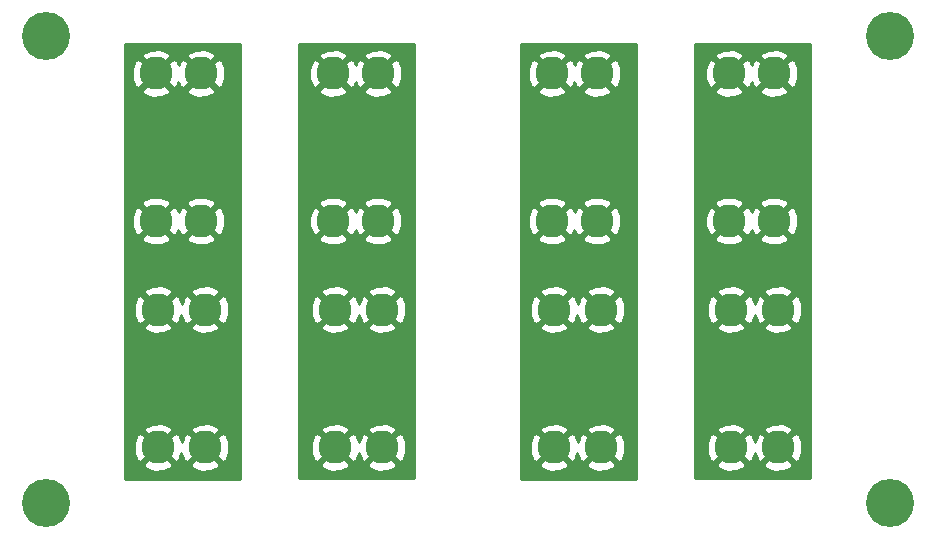
<source format=gbr>
G04 #@! TF.FileFunction,Copper,L2,Bot,Signal*
%FSLAX46Y46*%
G04 Gerber Fmt 4.6, Leading zero omitted, Abs format (unit mm)*
G04 Created by KiCad (PCBNEW 4.0.7) date 03/14/18 18:41:00*
%MOMM*%
%LPD*%
G01*
G04 APERTURE LIST*
%ADD10C,0.100000*%
%ADD11C,4.064000*%
%ADD12C,2.800000*%
%ADD13C,0.254000*%
G04 APERTURE END LIST*
D10*
D11*
X185623200Y-141833600D03*
X114198400Y-141833600D03*
X114198400Y-102311200D03*
D12*
X123649200Y-137120800D03*
X127649200Y-137120800D03*
X123649200Y-125440800D03*
X127649200Y-125440800D03*
X138649200Y-125440800D03*
X142649200Y-125440800D03*
X138649200Y-137120800D03*
X142649200Y-137120800D03*
X123494800Y-117957600D03*
X127294800Y-117957600D03*
X123494800Y-105457600D03*
X127294800Y-105457600D03*
X138494800Y-117957600D03*
X142294800Y-117957600D03*
X138494800Y-105457600D03*
X142294800Y-105457600D03*
X157177200Y-137120800D03*
X161177200Y-137120800D03*
X157177200Y-125440800D03*
X161177200Y-125440800D03*
X172177200Y-125440800D03*
X176177200Y-125440800D03*
X172177200Y-137120800D03*
X176177200Y-137120800D03*
X157022800Y-117957600D03*
X160822800Y-117957600D03*
X157022800Y-105457600D03*
X160822800Y-105457600D03*
X172022800Y-117957600D03*
X175822800Y-117957600D03*
X172022800Y-105457600D03*
X175822800Y-105457600D03*
D11*
X185623200Y-102311200D03*
D13*
G36*
X130581400Y-139776200D02*
X120827800Y-139776200D01*
X120827800Y-138562524D01*
X122387082Y-138562524D01*
X122534655Y-138870906D01*
X123289231Y-139164205D01*
X124098609Y-139146414D01*
X124763745Y-138870906D01*
X124911318Y-138562524D01*
X126387082Y-138562524D01*
X126534655Y-138870906D01*
X127289231Y-139164205D01*
X128098609Y-139146414D01*
X128763745Y-138870906D01*
X128911318Y-138562524D01*
X127649200Y-137300405D01*
X126387082Y-138562524D01*
X124911318Y-138562524D01*
X123649200Y-137300405D01*
X122387082Y-138562524D01*
X120827800Y-138562524D01*
X120827800Y-136760831D01*
X121605795Y-136760831D01*
X121623586Y-137570209D01*
X121899094Y-138235345D01*
X122207476Y-138382918D01*
X123469595Y-137120800D01*
X123828805Y-137120800D01*
X125090924Y-138382918D01*
X125399306Y-138235345D01*
X125641257Y-137612872D01*
X125899094Y-138235345D01*
X126207476Y-138382918D01*
X127469595Y-137120800D01*
X127828805Y-137120800D01*
X129090924Y-138382918D01*
X129399306Y-138235345D01*
X129692605Y-137480769D01*
X129674814Y-136671391D01*
X129399306Y-136006255D01*
X129090924Y-135858682D01*
X127828805Y-137120800D01*
X127469595Y-137120800D01*
X126207476Y-135858682D01*
X125899094Y-136006255D01*
X125657143Y-136628728D01*
X125399306Y-136006255D01*
X125090924Y-135858682D01*
X123828805Y-137120800D01*
X123469595Y-137120800D01*
X122207476Y-135858682D01*
X121899094Y-136006255D01*
X121605795Y-136760831D01*
X120827800Y-136760831D01*
X120827800Y-135679076D01*
X122387082Y-135679076D01*
X123649200Y-136941195D01*
X124911318Y-135679076D01*
X126387082Y-135679076D01*
X127649200Y-136941195D01*
X128911318Y-135679076D01*
X128763745Y-135370694D01*
X128009169Y-135077395D01*
X127199791Y-135095186D01*
X126534655Y-135370694D01*
X126387082Y-135679076D01*
X124911318Y-135679076D01*
X124763745Y-135370694D01*
X124009169Y-135077395D01*
X123199791Y-135095186D01*
X122534655Y-135370694D01*
X122387082Y-135679076D01*
X120827800Y-135679076D01*
X120827800Y-126882524D01*
X122387082Y-126882524D01*
X122534655Y-127190906D01*
X123289231Y-127484205D01*
X124098609Y-127466414D01*
X124763745Y-127190906D01*
X124911318Y-126882524D01*
X126387082Y-126882524D01*
X126534655Y-127190906D01*
X127289231Y-127484205D01*
X128098609Y-127466414D01*
X128763745Y-127190906D01*
X128911318Y-126882524D01*
X127649200Y-125620405D01*
X126387082Y-126882524D01*
X124911318Y-126882524D01*
X123649200Y-125620405D01*
X122387082Y-126882524D01*
X120827800Y-126882524D01*
X120827800Y-125080831D01*
X121605795Y-125080831D01*
X121623586Y-125890209D01*
X121899094Y-126555345D01*
X122207476Y-126702918D01*
X123469595Y-125440800D01*
X123828805Y-125440800D01*
X125090924Y-126702918D01*
X125399306Y-126555345D01*
X125641257Y-125932872D01*
X125899094Y-126555345D01*
X126207476Y-126702918D01*
X127469595Y-125440800D01*
X127828805Y-125440800D01*
X129090924Y-126702918D01*
X129399306Y-126555345D01*
X129692605Y-125800769D01*
X129674814Y-124991391D01*
X129399306Y-124326255D01*
X129090924Y-124178682D01*
X127828805Y-125440800D01*
X127469595Y-125440800D01*
X126207476Y-124178682D01*
X125899094Y-124326255D01*
X125657143Y-124948728D01*
X125399306Y-124326255D01*
X125090924Y-124178682D01*
X123828805Y-125440800D01*
X123469595Y-125440800D01*
X122207476Y-124178682D01*
X121899094Y-124326255D01*
X121605795Y-125080831D01*
X120827800Y-125080831D01*
X120827800Y-123999076D01*
X122387082Y-123999076D01*
X123649200Y-125261195D01*
X124911318Y-123999076D01*
X126387082Y-123999076D01*
X127649200Y-125261195D01*
X128911318Y-123999076D01*
X128763745Y-123690694D01*
X128009169Y-123397395D01*
X127199791Y-123415186D01*
X126534655Y-123690694D01*
X126387082Y-123999076D01*
X124911318Y-123999076D01*
X124763745Y-123690694D01*
X124009169Y-123397395D01*
X123199791Y-123415186D01*
X122534655Y-123690694D01*
X122387082Y-123999076D01*
X120827800Y-123999076D01*
X120827800Y-119399324D01*
X122232682Y-119399324D01*
X122380255Y-119707706D01*
X123134831Y-120001005D01*
X123944209Y-119983214D01*
X124609345Y-119707706D01*
X124756918Y-119399324D01*
X126032682Y-119399324D01*
X126180255Y-119707706D01*
X126934831Y-120001005D01*
X127744209Y-119983214D01*
X128409345Y-119707706D01*
X128556918Y-119399324D01*
X127294800Y-118137205D01*
X126032682Y-119399324D01*
X124756918Y-119399324D01*
X123494800Y-118137205D01*
X122232682Y-119399324D01*
X120827800Y-119399324D01*
X120827800Y-117597631D01*
X121451395Y-117597631D01*
X121469186Y-118407009D01*
X121744694Y-119072145D01*
X122053076Y-119219718D01*
X123315195Y-117957600D01*
X123674405Y-117957600D01*
X124936524Y-119219718D01*
X125244906Y-119072145D01*
X125390036Y-118698767D01*
X125544694Y-119072145D01*
X125853076Y-119219718D01*
X127115195Y-117957600D01*
X127474405Y-117957600D01*
X128736524Y-119219718D01*
X129044906Y-119072145D01*
X129338205Y-118317569D01*
X129320414Y-117508191D01*
X129044906Y-116843055D01*
X128736524Y-116695482D01*
X127474405Y-117957600D01*
X127115195Y-117957600D01*
X125853076Y-116695482D01*
X125544694Y-116843055D01*
X125399564Y-117216433D01*
X125244906Y-116843055D01*
X124936524Y-116695482D01*
X123674405Y-117957600D01*
X123315195Y-117957600D01*
X122053076Y-116695482D01*
X121744694Y-116843055D01*
X121451395Y-117597631D01*
X120827800Y-117597631D01*
X120827800Y-116515876D01*
X122232682Y-116515876D01*
X123494800Y-117777995D01*
X124756918Y-116515876D01*
X126032682Y-116515876D01*
X127294800Y-117777995D01*
X128556918Y-116515876D01*
X128409345Y-116207494D01*
X127654769Y-115914195D01*
X126845391Y-115931986D01*
X126180255Y-116207494D01*
X126032682Y-116515876D01*
X124756918Y-116515876D01*
X124609345Y-116207494D01*
X123854769Y-115914195D01*
X123045391Y-115931986D01*
X122380255Y-116207494D01*
X122232682Y-116515876D01*
X120827800Y-116515876D01*
X120827800Y-106899324D01*
X122232682Y-106899324D01*
X122380255Y-107207706D01*
X123134831Y-107501005D01*
X123944209Y-107483214D01*
X124609345Y-107207706D01*
X124756918Y-106899324D01*
X126032682Y-106899324D01*
X126180255Y-107207706D01*
X126934831Y-107501005D01*
X127744209Y-107483214D01*
X128409345Y-107207706D01*
X128556918Y-106899324D01*
X127294800Y-105637205D01*
X126032682Y-106899324D01*
X124756918Y-106899324D01*
X123494800Y-105637205D01*
X122232682Y-106899324D01*
X120827800Y-106899324D01*
X120827800Y-105097631D01*
X121451395Y-105097631D01*
X121469186Y-105907009D01*
X121744694Y-106572145D01*
X122053076Y-106719718D01*
X123315195Y-105457600D01*
X123674405Y-105457600D01*
X124936524Y-106719718D01*
X125244906Y-106572145D01*
X125390036Y-106198767D01*
X125544694Y-106572145D01*
X125853076Y-106719718D01*
X127115195Y-105457600D01*
X127474405Y-105457600D01*
X128736524Y-106719718D01*
X129044906Y-106572145D01*
X129338205Y-105817569D01*
X129320414Y-105008191D01*
X129044906Y-104343055D01*
X128736524Y-104195482D01*
X127474405Y-105457600D01*
X127115195Y-105457600D01*
X125853076Y-104195482D01*
X125544694Y-104343055D01*
X125399564Y-104716433D01*
X125244906Y-104343055D01*
X124936524Y-104195482D01*
X123674405Y-105457600D01*
X123315195Y-105457600D01*
X122053076Y-104195482D01*
X121744694Y-104343055D01*
X121451395Y-105097631D01*
X120827800Y-105097631D01*
X120827800Y-104015876D01*
X122232682Y-104015876D01*
X123494800Y-105277995D01*
X124756918Y-104015876D01*
X126032682Y-104015876D01*
X127294800Y-105277995D01*
X128556918Y-104015876D01*
X128409345Y-103707494D01*
X127654769Y-103414195D01*
X126845391Y-103431986D01*
X126180255Y-103707494D01*
X126032682Y-104015876D01*
X124756918Y-104015876D01*
X124609345Y-103707494D01*
X123854769Y-103414195D01*
X123045391Y-103431986D01*
X122380255Y-103707494D01*
X122232682Y-104015876D01*
X120827800Y-104015876D01*
X120827800Y-102997000D01*
X130581400Y-102997000D01*
X130581400Y-139776200D01*
X130581400Y-139776200D01*
G37*
X130581400Y-139776200D02*
X120827800Y-139776200D01*
X120827800Y-138562524D01*
X122387082Y-138562524D01*
X122534655Y-138870906D01*
X123289231Y-139164205D01*
X124098609Y-139146414D01*
X124763745Y-138870906D01*
X124911318Y-138562524D01*
X126387082Y-138562524D01*
X126534655Y-138870906D01*
X127289231Y-139164205D01*
X128098609Y-139146414D01*
X128763745Y-138870906D01*
X128911318Y-138562524D01*
X127649200Y-137300405D01*
X126387082Y-138562524D01*
X124911318Y-138562524D01*
X123649200Y-137300405D01*
X122387082Y-138562524D01*
X120827800Y-138562524D01*
X120827800Y-136760831D01*
X121605795Y-136760831D01*
X121623586Y-137570209D01*
X121899094Y-138235345D01*
X122207476Y-138382918D01*
X123469595Y-137120800D01*
X123828805Y-137120800D01*
X125090924Y-138382918D01*
X125399306Y-138235345D01*
X125641257Y-137612872D01*
X125899094Y-138235345D01*
X126207476Y-138382918D01*
X127469595Y-137120800D01*
X127828805Y-137120800D01*
X129090924Y-138382918D01*
X129399306Y-138235345D01*
X129692605Y-137480769D01*
X129674814Y-136671391D01*
X129399306Y-136006255D01*
X129090924Y-135858682D01*
X127828805Y-137120800D01*
X127469595Y-137120800D01*
X126207476Y-135858682D01*
X125899094Y-136006255D01*
X125657143Y-136628728D01*
X125399306Y-136006255D01*
X125090924Y-135858682D01*
X123828805Y-137120800D01*
X123469595Y-137120800D01*
X122207476Y-135858682D01*
X121899094Y-136006255D01*
X121605795Y-136760831D01*
X120827800Y-136760831D01*
X120827800Y-135679076D01*
X122387082Y-135679076D01*
X123649200Y-136941195D01*
X124911318Y-135679076D01*
X126387082Y-135679076D01*
X127649200Y-136941195D01*
X128911318Y-135679076D01*
X128763745Y-135370694D01*
X128009169Y-135077395D01*
X127199791Y-135095186D01*
X126534655Y-135370694D01*
X126387082Y-135679076D01*
X124911318Y-135679076D01*
X124763745Y-135370694D01*
X124009169Y-135077395D01*
X123199791Y-135095186D01*
X122534655Y-135370694D01*
X122387082Y-135679076D01*
X120827800Y-135679076D01*
X120827800Y-126882524D01*
X122387082Y-126882524D01*
X122534655Y-127190906D01*
X123289231Y-127484205D01*
X124098609Y-127466414D01*
X124763745Y-127190906D01*
X124911318Y-126882524D01*
X126387082Y-126882524D01*
X126534655Y-127190906D01*
X127289231Y-127484205D01*
X128098609Y-127466414D01*
X128763745Y-127190906D01*
X128911318Y-126882524D01*
X127649200Y-125620405D01*
X126387082Y-126882524D01*
X124911318Y-126882524D01*
X123649200Y-125620405D01*
X122387082Y-126882524D01*
X120827800Y-126882524D01*
X120827800Y-125080831D01*
X121605795Y-125080831D01*
X121623586Y-125890209D01*
X121899094Y-126555345D01*
X122207476Y-126702918D01*
X123469595Y-125440800D01*
X123828805Y-125440800D01*
X125090924Y-126702918D01*
X125399306Y-126555345D01*
X125641257Y-125932872D01*
X125899094Y-126555345D01*
X126207476Y-126702918D01*
X127469595Y-125440800D01*
X127828805Y-125440800D01*
X129090924Y-126702918D01*
X129399306Y-126555345D01*
X129692605Y-125800769D01*
X129674814Y-124991391D01*
X129399306Y-124326255D01*
X129090924Y-124178682D01*
X127828805Y-125440800D01*
X127469595Y-125440800D01*
X126207476Y-124178682D01*
X125899094Y-124326255D01*
X125657143Y-124948728D01*
X125399306Y-124326255D01*
X125090924Y-124178682D01*
X123828805Y-125440800D01*
X123469595Y-125440800D01*
X122207476Y-124178682D01*
X121899094Y-124326255D01*
X121605795Y-125080831D01*
X120827800Y-125080831D01*
X120827800Y-123999076D01*
X122387082Y-123999076D01*
X123649200Y-125261195D01*
X124911318Y-123999076D01*
X126387082Y-123999076D01*
X127649200Y-125261195D01*
X128911318Y-123999076D01*
X128763745Y-123690694D01*
X128009169Y-123397395D01*
X127199791Y-123415186D01*
X126534655Y-123690694D01*
X126387082Y-123999076D01*
X124911318Y-123999076D01*
X124763745Y-123690694D01*
X124009169Y-123397395D01*
X123199791Y-123415186D01*
X122534655Y-123690694D01*
X122387082Y-123999076D01*
X120827800Y-123999076D01*
X120827800Y-119399324D01*
X122232682Y-119399324D01*
X122380255Y-119707706D01*
X123134831Y-120001005D01*
X123944209Y-119983214D01*
X124609345Y-119707706D01*
X124756918Y-119399324D01*
X126032682Y-119399324D01*
X126180255Y-119707706D01*
X126934831Y-120001005D01*
X127744209Y-119983214D01*
X128409345Y-119707706D01*
X128556918Y-119399324D01*
X127294800Y-118137205D01*
X126032682Y-119399324D01*
X124756918Y-119399324D01*
X123494800Y-118137205D01*
X122232682Y-119399324D01*
X120827800Y-119399324D01*
X120827800Y-117597631D01*
X121451395Y-117597631D01*
X121469186Y-118407009D01*
X121744694Y-119072145D01*
X122053076Y-119219718D01*
X123315195Y-117957600D01*
X123674405Y-117957600D01*
X124936524Y-119219718D01*
X125244906Y-119072145D01*
X125390036Y-118698767D01*
X125544694Y-119072145D01*
X125853076Y-119219718D01*
X127115195Y-117957600D01*
X127474405Y-117957600D01*
X128736524Y-119219718D01*
X129044906Y-119072145D01*
X129338205Y-118317569D01*
X129320414Y-117508191D01*
X129044906Y-116843055D01*
X128736524Y-116695482D01*
X127474405Y-117957600D01*
X127115195Y-117957600D01*
X125853076Y-116695482D01*
X125544694Y-116843055D01*
X125399564Y-117216433D01*
X125244906Y-116843055D01*
X124936524Y-116695482D01*
X123674405Y-117957600D01*
X123315195Y-117957600D01*
X122053076Y-116695482D01*
X121744694Y-116843055D01*
X121451395Y-117597631D01*
X120827800Y-117597631D01*
X120827800Y-116515876D01*
X122232682Y-116515876D01*
X123494800Y-117777995D01*
X124756918Y-116515876D01*
X126032682Y-116515876D01*
X127294800Y-117777995D01*
X128556918Y-116515876D01*
X128409345Y-116207494D01*
X127654769Y-115914195D01*
X126845391Y-115931986D01*
X126180255Y-116207494D01*
X126032682Y-116515876D01*
X124756918Y-116515876D01*
X124609345Y-116207494D01*
X123854769Y-115914195D01*
X123045391Y-115931986D01*
X122380255Y-116207494D01*
X122232682Y-116515876D01*
X120827800Y-116515876D01*
X120827800Y-106899324D01*
X122232682Y-106899324D01*
X122380255Y-107207706D01*
X123134831Y-107501005D01*
X123944209Y-107483214D01*
X124609345Y-107207706D01*
X124756918Y-106899324D01*
X126032682Y-106899324D01*
X126180255Y-107207706D01*
X126934831Y-107501005D01*
X127744209Y-107483214D01*
X128409345Y-107207706D01*
X128556918Y-106899324D01*
X127294800Y-105637205D01*
X126032682Y-106899324D01*
X124756918Y-106899324D01*
X123494800Y-105637205D01*
X122232682Y-106899324D01*
X120827800Y-106899324D01*
X120827800Y-105097631D01*
X121451395Y-105097631D01*
X121469186Y-105907009D01*
X121744694Y-106572145D01*
X122053076Y-106719718D01*
X123315195Y-105457600D01*
X123674405Y-105457600D01*
X124936524Y-106719718D01*
X125244906Y-106572145D01*
X125390036Y-106198767D01*
X125544694Y-106572145D01*
X125853076Y-106719718D01*
X127115195Y-105457600D01*
X127474405Y-105457600D01*
X128736524Y-106719718D01*
X129044906Y-106572145D01*
X129338205Y-105817569D01*
X129320414Y-105008191D01*
X129044906Y-104343055D01*
X128736524Y-104195482D01*
X127474405Y-105457600D01*
X127115195Y-105457600D01*
X125853076Y-104195482D01*
X125544694Y-104343055D01*
X125399564Y-104716433D01*
X125244906Y-104343055D01*
X124936524Y-104195482D01*
X123674405Y-105457600D01*
X123315195Y-105457600D01*
X122053076Y-104195482D01*
X121744694Y-104343055D01*
X121451395Y-105097631D01*
X120827800Y-105097631D01*
X120827800Y-104015876D01*
X122232682Y-104015876D01*
X123494800Y-105277995D01*
X124756918Y-104015876D01*
X126032682Y-104015876D01*
X127294800Y-105277995D01*
X128556918Y-104015876D01*
X128409345Y-103707494D01*
X127654769Y-103414195D01*
X126845391Y-103431986D01*
X126180255Y-103707494D01*
X126032682Y-104015876D01*
X124756918Y-104015876D01*
X124609345Y-103707494D01*
X123854769Y-103414195D01*
X123045391Y-103431986D01*
X122380255Y-103707494D01*
X122232682Y-104015876D01*
X120827800Y-104015876D01*
X120827800Y-102997000D01*
X130581400Y-102997000D01*
X130581400Y-139776200D01*
G36*
X145313400Y-139725400D02*
X135559800Y-139725400D01*
X135559800Y-138562524D01*
X137387082Y-138562524D01*
X137534655Y-138870906D01*
X138289231Y-139164205D01*
X139098609Y-139146414D01*
X139763745Y-138870906D01*
X139911318Y-138562524D01*
X141387082Y-138562524D01*
X141534655Y-138870906D01*
X142289231Y-139164205D01*
X143098609Y-139146414D01*
X143763745Y-138870906D01*
X143911318Y-138562524D01*
X142649200Y-137300405D01*
X141387082Y-138562524D01*
X139911318Y-138562524D01*
X138649200Y-137300405D01*
X137387082Y-138562524D01*
X135559800Y-138562524D01*
X135559800Y-136760831D01*
X136605795Y-136760831D01*
X136623586Y-137570209D01*
X136899094Y-138235345D01*
X137207476Y-138382918D01*
X138469595Y-137120800D01*
X138828805Y-137120800D01*
X140090924Y-138382918D01*
X140399306Y-138235345D01*
X140641257Y-137612872D01*
X140899094Y-138235345D01*
X141207476Y-138382918D01*
X142469595Y-137120800D01*
X142828805Y-137120800D01*
X144090924Y-138382918D01*
X144399306Y-138235345D01*
X144692605Y-137480769D01*
X144674814Y-136671391D01*
X144399306Y-136006255D01*
X144090924Y-135858682D01*
X142828805Y-137120800D01*
X142469595Y-137120800D01*
X141207476Y-135858682D01*
X140899094Y-136006255D01*
X140657143Y-136628728D01*
X140399306Y-136006255D01*
X140090924Y-135858682D01*
X138828805Y-137120800D01*
X138469595Y-137120800D01*
X137207476Y-135858682D01*
X136899094Y-136006255D01*
X136605795Y-136760831D01*
X135559800Y-136760831D01*
X135559800Y-135679076D01*
X137387082Y-135679076D01*
X138649200Y-136941195D01*
X139911318Y-135679076D01*
X141387082Y-135679076D01*
X142649200Y-136941195D01*
X143911318Y-135679076D01*
X143763745Y-135370694D01*
X143009169Y-135077395D01*
X142199791Y-135095186D01*
X141534655Y-135370694D01*
X141387082Y-135679076D01*
X139911318Y-135679076D01*
X139763745Y-135370694D01*
X139009169Y-135077395D01*
X138199791Y-135095186D01*
X137534655Y-135370694D01*
X137387082Y-135679076D01*
X135559800Y-135679076D01*
X135559800Y-126882524D01*
X137387082Y-126882524D01*
X137534655Y-127190906D01*
X138289231Y-127484205D01*
X139098609Y-127466414D01*
X139763745Y-127190906D01*
X139911318Y-126882524D01*
X141387082Y-126882524D01*
X141534655Y-127190906D01*
X142289231Y-127484205D01*
X143098609Y-127466414D01*
X143763745Y-127190906D01*
X143911318Y-126882524D01*
X142649200Y-125620405D01*
X141387082Y-126882524D01*
X139911318Y-126882524D01*
X138649200Y-125620405D01*
X137387082Y-126882524D01*
X135559800Y-126882524D01*
X135559800Y-125080831D01*
X136605795Y-125080831D01*
X136623586Y-125890209D01*
X136899094Y-126555345D01*
X137207476Y-126702918D01*
X138469595Y-125440800D01*
X138828805Y-125440800D01*
X140090924Y-126702918D01*
X140399306Y-126555345D01*
X140641257Y-125932872D01*
X140899094Y-126555345D01*
X141207476Y-126702918D01*
X142469595Y-125440800D01*
X142828805Y-125440800D01*
X144090924Y-126702918D01*
X144399306Y-126555345D01*
X144692605Y-125800769D01*
X144674814Y-124991391D01*
X144399306Y-124326255D01*
X144090924Y-124178682D01*
X142828805Y-125440800D01*
X142469595Y-125440800D01*
X141207476Y-124178682D01*
X140899094Y-124326255D01*
X140657143Y-124948728D01*
X140399306Y-124326255D01*
X140090924Y-124178682D01*
X138828805Y-125440800D01*
X138469595Y-125440800D01*
X137207476Y-124178682D01*
X136899094Y-124326255D01*
X136605795Y-125080831D01*
X135559800Y-125080831D01*
X135559800Y-123999076D01*
X137387082Y-123999076D01*
X138649200Y-125261195D01*
X139911318Y-123999076D01*
X141387082Y-123999076D01*
X142649200Y-125261195D01*
X143911318Y-123999076D01*
X143763745Y-123690694D01*
X143009169Y-123397395D01*
X142199791Y-123415186D01*
X141534655Y-123690694D01*
X141387082Y-123999076D01*
X139911318Y-123999076D01*
X139763745Y-123690694D01*
X139009169Y-123397395D01*
X138199791Y-123415186D01*
X137534655Y-123690694D01*
X137387082Y-123999076D01*
X135559800Y-123999076D01*
X135559800Y-119399324D01*
X137232682Y-119399324D01*
X137380255Y-119707706D01*
X138134831Y-120001005D01*
X138944209Y-119983214D01*
X139609345Y-119707706D01*
X139756918Y-119399324D01*
X141032682Y-119399324D01*
X141180255Y-119707706D01*
X141934831Y-120001005D01*
X142744209Y-119983214D01*
X143409345Y-119707706D01*
X143556918Y-119399324D01*
X142294800Y-118137205D01*
X141032682Y-119399324D01*
X139756918Y-119399324D01*
X138494800Y-118137205D01*
X137232682Y-119399324D01*
X135559800Y-119399324D01*
X135559800Y-117597631D01*
X136451395Y-117597631D01*
X136469186Y-118407009D01*
X136744694Y-119072145D01*
X137053076Y-119219718D01*
X138315195Y-117957600D01*
X138674405Y-117957600D01*
X139936524Y-119219718D01*
X140244906Y-119072145D01*
X140390036Y-118698767D01*
X140544694Y-119072145D01*
X140853076Y-119219718D01*
X142115195Y-117957600D01*
X142474405Y-117957600D01*
X143736524Y-119219718D01*
X144044906Y-119072145D01*
X144338205Y-118317569D01*
X144320414Y-117508191D01*
X144044906Y-116843055D01*
X143736524Y-116695482D01*
X142474405Y-117957600D01*
X142115195Y-117957600D01*
X140853076Y-116695482D01*
X140544694Y-116843055D01*
X140399564Y-117216433D01*
X140244906Y-116843055D01*
X139936524Y-116695482D01*
X138674405Y-117957600D01*
X138315195Y-117957600D01*
X137053076Y-116695482D01*
X136744694Y-116843055D01*
X136451395Y-117597631D01*
X135559800Y-117597631D01*
X135559800Y-116515876D01*
X137232682Y-116515876D01*
X138494800Y-117777995D01*
X139756918Y-116515876D01*
X141032682Y-116515876D01*
X142294800Y-117777995D01*
X143556918Y-116515876D01*
X143409345Y-116207494D01*
X142654769Y-115914195D01*
X141845391Y-115931986D01*
X141180255Y-116207494D01*
X141032682Y-116515876D01*
X139756918Y-116515876D01*
X139609345Y-116207494D01*
X138854769Y-115914195D01*
X138045391Y-115931986D01*
X137380255Y-116207494D01*
X137232682Y-116515876D01*
X135559800Y-116515876D01*
X135559800Y-106899324D01*
X137232682Y-106899324D01*
X137380255Y-107207706D01*
X138134831Y-107501005D01*
X138944209Y-107483214D01*
X139609345Y-107207706D01*
X139756918Y-106899324D01*
X141032682Y-106899324D01*
X141180255Y-107207706D01*
X141934831Y-107501005D01*
X142744209Y-107483214D01*
X143409345Y-107207706D01*
X143556918Y-106899324D01*
X142294800Y-105637205D01*
X141032682Y-106899324D01*
X139756918Y-106899324D01*
X138494800Y-105637205D01*
X137232682Y-106899324D01*
X135559800Y-106899324D01*
X135559800Y-105097631D01*
X136451395Y-105097631D01*
X136469186Y-105907009D01*
X136744694Y-106572145D01*
X137053076Y-106719718D01*
X138315195Y-105457600D01*
X138674405Y-105457600D01*
X139936524Y-106719718D01*
X140244906Y-106572145D01*
X140390036Y-106198767D01*
X140544694Y-106572145D01*
X140853076Y-106719718D01*
X142115195Y-105457600D01*
X142474405Y-105457600D01*
X143736524Y-106719718D01*
X144044906Y-106572145D01*
X144338205Y-105817569D01*
X144320414Y-105008191D01*
X144044906Y-104343055D01*
X143736524Y-104195482D01*
X142474405Y-105457600D01*
X142115195Y-105457600D01*
X140853076Y-104195482D01*
X140544694Y-104343055D01*
X140399564Y-104716433D01*
X140244906Y-104343055D01*
X139936524Y-104195482D01*
X138674405Y-105457600D01*
X138315195Y-105457600D01*
X137053076Y-104195482D01*
X136744694Y-104343055D01*
X136451395Y-105097631D01*
X135559800Y-105097631D01*
X135559800Y-104015876D01*
X137232682Y-104015876D01*
X138494800Y-105277995D01*
X139756918Y-104015876D01*
X141032682Y-104015876D01*
X142294800Y-105277995D01*
X143556918Y-104015876D01*
X143409345Y-103707494D01*
X142654769Y-103414195D01*
X141845391Y-103431986D01*
X141180255Y-103707494D01*
X141032682Y-104015876D01*
X139756918Y-104015876D01*
X139609345Y-103707494D01*
X138854769Y-103414195D01*
X138045391Y-103431986D01*
X137380255Y-103707494D01*
X137232682Y-104015876D01*
X135559800Y-104015876D01*
X135559800Y-102946200D01*
X145313400Y-102946200D01*
X145313400Y-139725400D01*
X145313400Y-139725400D01*
G37*
X145313400Y-139725400D02*
X135559800Y-139725400D01*
X135559800Y-138562524D01*
X137387082Y-138562524D01*
X137534655Y-138870906D01*
X138289231Y-139164205D01*
X139098609Y-139146414D01*
X139763745Y-138870906D01*
X139911318Y-138562524D01*
X141387082Y-138562524D01*
X141534655Y-138870906D01*
X142289231Y-139164205D01*
X143098609Y-139146414D01*
X143763745Y-138870906D01*
X143911318Y-138562524D01*
X142649200Y-137300405D01*
X141387082Y-138562524D01*
X139911318Y-138562524D01*
X138649200Y-137300405D01*
X137387082Y-138562524D01*
X135559800Y-138562524D01*
X135559800Y-136760831D01*
X136605795Y-136760831D01*
X136623586Y-137570209D01*
X136899094Y-138235345D01*
X137207476Y-138382918D01*
X138469595Y-137120800D01*
X138828805Y-137120800D01*
X140090924Y-138382918D01*
X140399306Y-138235345D01*
X140641257Y-137612872D01*
X140899094Y-138235345D01*
X141207476Y-138382918D01*
X142469595Y-137120800D01*
X142828805Y-137120800D01*
X144090924Y-138382918D01*
X144399306Y-138235345D01*
X144692605Y-137480769D01*
X144674814Y-136671391D01*
X144399306Y-136006255D01*
X144090924Y-135858682D01*
X142828805Y-137120800D01*
X142469595Y-137120800D01*
X141207476Y-135858682D01*
X140899094Y-136006255D01*
X140657143Y-136628728D01*
X140399306Y-136006255D01*
X140090924Y-135858682D01*
X138828805Y-137120800D01*
X138469595Y-137120800D01*
X137207476Y-135858682D01*
X136899094Y-136006255D01*
X136605795Y-136760831D01*
X135559800Y-136760831D01*
X135559800Y-135679076D01*
X137387082Y-135679076D01*
X138649200Y-136941195D01*
X139911318Y-135679076D01*
X141387082Y-135679076D01*
X142649200Y-136941195D01*
X143911318Y-135679076D01*
X143763745Y-135370694D01*
X143009169Y-135077395D01*
X142199791Y-135095186D01*
X141534655Y-135370694D01*
X141387082Y-135679076D01*
X139911318Y-135679076D01*
X139763745Y-135370694D01*
X139009169Y-135077395D01*
X138199791Y-135095186D01*
X137534655Y-135370694D01*
X137387082Y-135679076D01*
X135559800Y-135679076D01*
X135559800Y-126882524D01*
X137387082Y-126882524D01*
X137534655Y-127190906D01*
X138289231Y-127484205D01*
X139098609Y-127466414D01*
X139763745Y-127190906D01*
X139911318Y-126882524D01*
X141387082Y-126882524D01*
X141534655Y-127190906D01*
X142289231Y-127484205D01*
X143098609Y-127466414D01*
X143763745Y-127190906D01*
X143911318Y-126882524D01*
X142649200Y-125620405D01*
X141387082Y-126882524D01*
X139911318Y-126882524D01*
X138649200Y-125620405D01*
X137387082Y-126882524D01*
X135559800Y-126882524D01*
X135559800Y-125080831D01*
X136605795Y-125080831D01*
X136623586Y-125890209D01*
X136899094Y-126555345D01*
X137207476Y-126702918D01*
X138469595Y-125440800D01*
X138828805Y-125440800D01*
X140090924Y-126702918D01*
X140399306Y-126555345D01*
X140641257Y-125932872D01*
X140899094Y-126555345D01*
X141207476Y-126702918D01*
X142469595Y-125440800D01*
X142828805Y-125440800D01*
X144090924Y-126702918D01*
X144399306Y-126555345D01*
X144692605Y-125800769D01*
X144674814Y-124991391D01*
X144399306Y-124326255D01*
X144090924Y-124178682D01*
X142828805Y-125440800D01*
X142469595Y-125440800D01*
X141207476Y-124178682D01*
X140899094Y-124326255D01*
X140657143Y-124948728D01*
X140399306Y-124326255D01*
X140090924Y-124178682D01*
X138828805Y-125440800D01*
X138469595Y-125440800D01*
X137207476Y-124178682D01*
X136899094Y-124326255D01*
X136605795Y-125080831D01*
X135559800Y-125080831D01*
X135559800Y-123999076D01*
X137387082Y-123999076D01*
X138649200Y-125261195D01*
X139911318Y-123999076D01*
X141387082Y-123999076D01*
X142649200Y-125261195D01*
X143911318Y-123999076D01*
X143763745Y-123690694D01*
X143009169Y-123397395D01*
X142199791Y-123415186D01*
X141534655Y-123690694D01*
X141387082Y-123999076D01*
X139911318Y-123999076D01*
X139763745Y-123690694D01*
X139009169Y-123397395D01*
X138199791Y-123415186D01*
X137534655Y-123690694D01*
X137387082Y-123999076D01*
X135559800Y-123999076D01*
X135559800Y-119399324D01*
X137232682Y-119399324D01*
X137380255Y-119707706D01*
X138134831Y-120001005D01*
X138944209Y-119983214D01*
X139609345Y-119707706D01*
X139756918Y-119399324D01*
X141032682Y-119399324D01*
X141180255Y-119707706D01*
X141934831Y-120001005D01*
X142744209Y-119983214D01*
X143409345Y-119707706D01*
X143556918Y-119399324D01*
X142294800Y-118137205D01*
X141032682Y-119399324D01*
X139756918Y-119399324D01*
X138494800Y-118137205D01*
X137232682Y-119399324D01*
X135559800Y-119399324D01*
X135559800Y-117597631D01*
X136451395Y-117597631D01*
X136469186Y-118407009D01*
X136744694Y-119072145D01*
X137053076Y-119219718D01*
X138315195Y-117957600D01*
X138674405Y-117957600D01*
X139936524Y-119219718D01*
X140244906Y-119072145D01*
X140390036Y-118698767D01*
X140544694Y-119072145D01*
X140853076Y-119219718D01*
X142115195Y-117957600D01*
X142474405Y-117957600D01*
X143736524Y-119219718D01*
X144044906Y-119072145D01*
X144338205Y-118317569D01*
X144320414Y-117508191D01*
X144044906Y-116843055D01*
X143736524Y-116695482D01*
X142474405Y-117957600D01*
X142115195Y-117957600D01*
X140853076Y-116695482D01*
X140544694Y-116843055D01*
X140399564Y-117216433D01*
X140244906Y-116843055D01*
X139936524Y-116695482D01*
X138674405Y-117957600D01*
X138315195Y-117957600D01*
X137053076Y-116695482D01*
X136744694Y-116843055D01*
X136451395Y-117597631D01*
X135559800Y-117597631D01*
X135559800Y-116515876D01*
X137232682Y-116515876D01*
X138494800Y-117777995D01*
X139756918Y-116515876D01*
X141032682Y-116515876D01*
X142294800Y-117777995D01*
X143556918Y-116515876D01*
X143409345Y-116207494D01*
X142654769Y-115914195D01*
X141845391Y-115931986D01*
X141180255Y-116207494D01*
X141032682Y-116515876D01*
X139756918Y-116515876D01*
X139609345Y-116207494D01*
X138854769Y-115914195D01*
X138045391Y-115931986D01*
X137380255Y-116207494D01*
X137232682Y-116515876D01*
X135559800Y-116515876D01*
X135559800Y-106899324D01*
X137232682Y-106899324D01*
X137380255Y-107207706D01*
X138134831Y-107501005D01*
X138944209Y-107483214D01*
X139609345Y-107207706D01*
X139756918Y-106899324D01*
X141032682Y-106899324D01*
X141180255Y-107207706D01*
X141934831Y-107501005D01*
X142744209Y-107483214D01*
X143409345Y-107207706D01*
X143556918Y-106899324D01*
X142294800Y-105637205D01*
X141032682Y-106899324D01*
X139756918Y-106899324D01*
X138494800Y-105637205D01*
X137232682Y-106899324D01*
X135559800Y-106899324D01*
X135559800Y-105097631D01*
X136451395Y-105097631D01*
X136469186Y-105907009D01*
X136744694Y-106572145D01*
X137053076Y-106719718D01*
X138315195Y-105457600D01*
X138674405Y-105457600D01*
X139936524Y-106719718D01*
X140244906Y-106572145D01*
X140390036Y-106198767D01*
X140544694Y-106572145D01*
X140853076Y-106719718D01*
X142115195Y-105457600D01*
X142474405Y-105457600D01*
X143736524Y-106719718D01*
X144044906Y-106572145D01*
X144338205Y-105817569D01*
X144320414Y-105008191D01*
X144044906Y-104343055D01*
X143736524Y-104195482D01*
X142474405Y-105457600D01*
X142115195Y-105457600D01*
X140853076Y-104195482D01*
X140544694Y-104343055D01*
X140399564Y-104716433D01*
X140244906Y-104343055D01*
X139936524Y-104195482D01*
X138674405Y-105457600D01*
X138315195Y-105457600D01*
X137053076Y-104195482D01*
X136744694Y-104343055D01*
X136451395Y-105097631D01*
X135559800Y-105097631D01*
X135559800Y-104015876D01*
X137232682Y-104015876D01*
X138494800Y-105277995D01*
X139756918Y-104015876D01*
X141032682Y-104015876D01*
X142294800Y-105277995D01*
X143556918Y-104015876D01*
X143409345Y-103707494D01*
X142654769Y-103414195D01*
X141845391Y-103431986D01*
X141180255Y-103707494D01*
X141032682Y-104015876D01*
X139756918Y-104015876D01*
X139609345Y-103707494D01*
X138854769Y-103414195D01*
X138045391Y-103431986D01*
X137380255Y-103707494D01*
X137232682Y-104015876D01*
X135559800Y-104015876D01*
X135559800Y-102946200D01*
X145313400Y-102946200D01*
X145313400Y-139725400D01*
G36*
X164109400Y-139776200D02*
X154355800Y-139776200D01*
X154355800Y-138562524D01*
X155915082Y-138562524D01*
X156062655Y-138870906D01*
X156817231Y-139164205D01*
X157626609Y-139146414D01*
X158291745Y-138870906D01*
X158439318Y-138562524D01*
X159915082Y-138562524D01*
X160062655Y-138870906D01*
X160817231Y-139164205D01*
X161626609Y-139146414D01*
X162291745Y-138870906D01*
X162439318Y-138562524D01*
X161177200Y-137300405D01*
X159915082Y-138562524D01*
X158439318Y-138562524D01*
X157177200Y-137300405D01*
X155915082Y-138562524D01*
X154355800Y-138562524D01*
X154355800Y-136760831D01*
X155133795Y-136760831D01*
X155151586Y-137570209D01*
X155427094Y-138235345D01*
X155735476Y-138382918D01*
X156997595Y-137120800D01*
X157356805Y-137120800D01*
X158618924Y-138382918D01*
X158927306Y-138235345D01*
X159169257Y-137612872D01*
X159427094Y-138235345D01*
X159735476Y-138382918D01*
X160997595Y-137120800D01*
X161356805Y-137120800D01*
X162618924Y-138382918D01*
X162927306Y-138235345D01*
X163220605Y-137480769D01*
X163202814Y-136671391D01*
X162927306Y-136006255D01*
X162618924Y-135858682D01*
X161356805Y-137120800D01*
X160997595Y-137120800D01*
X159735476Y-135858682D01*
X159427094Y-136006255D01*
X159185143Y-136628728D01*
X158927306Y-136006255D01*
X158618924Y-135858682D01*
X157356805Y-137120800D01*
X156997595Y-137120800D01*
X155735476Y-135858682D01*
X155427094Y-136006255D01*
X155133795Y-136760831D01*
X154355800Y-136760831D01*
X154355800Y-135679076D01*
X155915082Y-135679076D01*
X157177200Y-136941195D01*
X158439318Y-135679076D01*
X159915082Y-135679076D01*
X161177200Y-136941195D01*
X162439318Y-135679076D01*
X162291745Y-135370694D01*
X161537169Y-135077395D01*
X160727791Y-135095186D01*
X160062655Y-135370694D01*
X159915082Y-135679076D01*
X158439318Y-135679076D01*
X158291745Y-135370694D01*
X157537169Y-135077395D01*
X156727791Y-135095186D01*
X156062655Y-135370694D01*
X155915082Y-135679076D01*
X154355800Y-135679076D01*
X154355800Y-126882524D01*
X155915082Y-126882524D01*
X156062655Y-127190906D01*
X156817231Y-127484205D01*
X157626609Y-127466414D01*
X158291745Y-127190906D01*
X158439318Y-126882524D01*
X159915082Y-126882524D01*
X160062655Y-127190906D01*
X160817231Y-127484205D01*
X161626609Y-127466414D01*
X162291745Y-127190906D01*
X162439318Y-126882524D01*
X161177200Y-125620405D01*
X159915082Y-126882524D01*
X158439318Y-126882524D01*
X157177200Y-125620405D01*
X155915082Y-126882524D01*
X154355800Y-126882524D01*
X154355800Y-125080831D01*
X155133795Y-125080831D01*
X155151586Y-125890209D01*
X155427094Y-126555345D01*
X155735476Y-126702918D01*
X156997595Y-125440800D01*
X157356805Y-125440800D01*
X158618924Y-126702918D01*
X158927306Y-126555345D01*
X159169257Y-125932872D01*
X159427094Y-126555345D01*
X159735476Y-126702918D01*
X160997595Y-125440800D01*
X161356805Y-125440800D01*
X162618924Y-126702918D01*
X162927306Y-126555345D01*
X163220605Y-125800769D01*
X163202814Y-124991391D01*
X162927306Y-124326255D01*
X162618924Y-124178682D01*
X161356805Y-125440800D01*
X160997595Y-125440800D01*
X159735476Y-124178682D01*
X159427094Y-124326255D01*
X159185143Y-124948728D01*
X158927306Y-124326255D01*
X158618924Y-124178682D01*
X157356805Y-125440800D01*
X156997595Y-125440800D01*
X155735476Y-124178682D01*
X155427094Y-124326255D01*
X155133795Y-125080831D01*
X154355800Y-125080831D01*
X154355800Y-123999076D01*
X155915082Y-123999076D01*
X157177200Y-125261195D01*
X158439318Y-123999076D01*
X159915082Y-123999076D01*
X161177200Y-125261195D01*
X162439318Y-123999076D01*
X162291745Y-123690694D01*
X161537169Y-123397395D01*
X160727791Y-123415186D01*
X160062655Y-123690694D01*
X159915082Y-123999076D01*
X158439318Y-123999076D01*
X158291745Y-123690694D01*
X157537169Y-123397395D01*
X156727791Y-123415186D01*
X156062655Y-123690694D01*
X155915082Y-123999076D01*
X154355800Y-123999076D01*
X154355800Y-119399324D01*
X155760682Y-119399324D01*
X155908255Y-119707706D01*
X156662831Y-120001005D01*
X157472209Y-119983214D01*
X158137345Y-119707706D01*
X158284918Y-119399324D01*
X159560682Y-119399324D01*
X159708255Y-119707706D01*
X160462831Y-120001005D01*
X161272209Y-119983214D01*
X161937345Y-119707706D01*
X162084918Y-119399324D01*
X160822800Y-118137205D01*
X159560682Y-119399324D01*
X158284918Y-119399324D01*
X157022800Y-118137205D01*
X155760682Y-119399324D01*
X154355800Y-119399324D01*
X154355800Y-117597631D01*
X154979395Y-117597631D01*
X154997186Y-118407009D01*
X155272694Y-119072145D01*
X155581076Y-119219718D01*
X156843195Y-117957600D01*
X157202405Y-117957600D01*
X158464524Y-119219718D01*
X158772906Y-119072145D01*
X158918036Y-118698767D01*
X159072694Y-119072145D01*
X159381076Y-119219718D01*
X160643195Y-117957600D01*
X161002405Y-117957600D01*
X162264524Y-119219718D01*
X162572906Y-119072145D01*
X162866205Y-118317569D01*
X162848414Y-117508191D01*
X162572906Y-116843055D01*
X162264524Y-116695482D01*
X161002405Y-117957600D01*
X160643195Y-117957600D01*
X159381076Y-116695482D01*
X159072694Y-116843055D01*
X158927564Y-117216433D01*
X158772906Y-116843055D01*
X158464524Y-116695482D01*
X157202405Y-117957600D01*
X156843195Y-117957600D01*
X155581076Y-116695482D01*
X155272694Y-116843055D01*
X154979395Y-117597631D01*
X154355800Y-117597631D01*
X154355800Y-116515876D01*
X155760682Y-116515876D01*
X157022800Y-117777995D01*
X158284918Y-116515876D01*
X159560682Y-116515876D01*
X160822800Y-117777995D01*
X162084918Y-116515876D01*
X161937345Y-116207494D01*
X161182769Y-115914195D01*
X160373391Y-115931986D01*
X159708255Y-116207494D01*
X159560682Y-116515876D01*
X158284918Y-116515876D01*
X158137345Y-116207494D01*
X157382769Y-115914195D01*
X156573391Y-115931986D01*
X155908255Y-116207494D01*
X155760682Y-116515876D01*
X154355800Y-116515876D01*
X154355800Y-106899324D01*
X155760682Y-106899324D01*
X155908255Y-107207706D01*
X156662831Y-107501005D01*
X157472209Y-107483214D01*
X158137345Y-107207706D01*
X158284918Y-106899324D01*
X159560682Y-106899324D01*
X159708255Y-107207706D01*
X160462831Y-107501005D01*
X161272209Y-107483214D01*
X161937345Y-107207706D01*
X162084918Y-106899324D01*
X160822800Y-105637205D01*
X159560682Y-106899324D01*
X158284918Y-106899324D01*
X157022800Y-105637205D01*
X155760682Y-106899324D01*
X154355800Y-106899324D01*
X154355800Y-105097631D01*
X154979395Y-105097631D01*
X154997186Y-105907009D01*
X155272694Y-106572145D01*
X155581076Y-106719718D01*
X156843195Y-105457600D01*
X157202405Y-105457600D01*
X158464524Y-106719718D01*
X158772906Y-106572145D01*
X158918036Y-106198767D01*
X159072694Y-106572145D01*
X159381076Y-106719718D01*
X160643195Y-105457600D01*
X161002405Y-105457600D01*
X162264524Y-106719718D01*
X162572906Y-106572145D01*
X162866205Y-105817569D01*
X162848414Y-105008191D01*
X162572906Y-104343055D01*
X162264524Y-104195482D01*
X161002405Y-105457600D01*
X160643195Y-105457600D01*
X159381076Y-104195482D01*
X159072694Y-104343055D01*
X158927564Y-104716433D01*
X158772906Y-104343055D01*
X158464524Y-104195482D01*
X157202405Y-105457600D01*
X156843195Y-105457600D01*
X155581076Y-104195482D01*
X155272694Y-104343055D01*
X154979395Y-105097631D01*
X154355800Y-105097631D01*
X154355800Y-104015876D01*
X155760682Y-104015876D01*
X157022800Y-105277995D01*
X158284918Y-104015876D01*
X159560682Y-104015876D01*
X160822800Y-105277995D01*
X162084918Y-104015876D01*
X161937345Y-103707494D01*
X161182769Y-103414195D01*
X160373391Y-103431986D01*
X159708255Y-103707494D01*
X159560682Y-104015876D01*
X158284918Y-104015876D01*
X158137345Y-103707494D01*
X157382769Y-103414195D01*
X156573391Y-103431986D01*
X155908255Y-103707494D01*
X155760682Y-104015876D01*
X154355800Y-104015876D01*
X154355800Y-102997000D01*
X164109400Y-102997000D01*
X164109400Y-139776200D01*
X164109400Y-139776200D01*
G37*
X164109400Y-139776200D02*
X154355800Y-139776200D01*
X154355800Y-138562524D01*
X155915082Y-138562524D01*
X156062655Y-138870906D01*
X156817231Y-139164205D01*
X157626609Y-139146414D01*
X158291745Y-138870906D01*
X158439318Y-138562524D01*
X159915082Y-138562524D01*
X160062655Y-138870906D01*
X160817231Y-139164205D01*
X161626609Y-139146414D01*
X162291745Y-138870906D01*
X162439318Y-138562524D01*
X161177200Y-137300405D01*
X159915082Y-138562524D01*
X158439318Y-138562524D01*
X157177200Y-137300405D01*
X155915082Y-138562524D01*
X154355800Y-138562524D01*
X154355800Y-136760831D01*
X155133795Y-136760831D01*
X155151586Y-137570209D01*
X155427094Y-138235345D01*
X155735476Y-138382918D01*
X156997595Y-137120800D01*
X157356805Y-137120800D01*
X158618924Y-138382918D01*
X158927306Y-138235345D01*
X159169257Y-137612872D01*
X159427094Y-138235345D01*
X159735476Y-138382918D01*
X160997595Y-137120800D01*
X161356805Y-137120800D01*
X162618924Y-138382918D01*
X162927306Y-138235345D01*
X163220605Y-137480769D01*
X163202814Y-136671391D01*
X162927306Y-136006255D01*
X162618924Y-135858682D01*
X161356805Y-137120800D01*
X160997595Y-137120800D01*
X159735476Y-135858682D01*
X159427094Y-136006255D01*
X159185143Y-136628728D01*
X158927306Y-136006255D01*
X158618924Y-135858682D01*
X157356805Y-137120800D01*
X156997595Y-137120800D01*
X155735476Y-135858682D01*
X155427094Y-136006255D01*
X155133795Y-136760831D01*
X154355800Y-136760831D01*
X154355800Y-135679076D01*
X155915082Y-135679076D01*
X157177200Y-136941195D01*
X158439318Y-135679076D01*
X159915082Y-135679076D01*
X161177200Y-136941195D01*
X162439318Y-135679076D01*
X162291745Y-135370694D01*
X161537169Y-135077395D01*
X160727791Y-135095186D01*
X160062655Y-135370694D01*
X159915082Y-135679076D01*
X158439318Y-135679076D01*
X158291745Y-135370694D01*
X157537169Y-135077395D01*
X156727791Y-135095186D01*
X156062655Y-135370694D01*
X155915082Y-135679076D01*
X154355800Y-135679076D01*
X154355800Y-126882524D01*
X155915082Y-126882524D01*
X156062655Y-127190906D01*
X156817231Y-127484205D01*
X157626609Y-127466414D01*
X158291745Y-127190906D01*
X158439318Y-126882524D01*
X159915082Y-126882524D01*
X160062655Y-127190906D01*
X160817231Y-127484205D01*
X161626609Y-127466414D01*
X162291745Y-127190906D01*
X162439318Y-126882524D01*
X161177200Y-125620405D01*
X159915082Y-126882524D01*
X158439318Y-126882524D01*
X157177200Y-125620405D01*
X155915082Y-126882524D01*
X154355800Y-126882524D01*
X154355800Y-125080831D01*
X155133795Y-125080831D01*
X155151586Y-125890209D01*
X155427094Y-126555345D01*
X155735476Y-126702918D01*
X156997595Y-125440800D01*
X157356805Y-125440800D01*
X158618924Y-126702918D01*
X158927306Y-126555345D01*
X159169257Y-125932872D01*
X159427094Y-126555345D01*
X159735476Y-126702918D01*
X160997595Y-125440800D01*
X161356805Y-125440800D01*
X162618924Y-126702918D01*
X162927306Y-126555345D01*
X163220605Y-125800769D01*
X163202814Y-124991391D01*
X162927306Y-124326255D01*
X162618924Y-124178682D01*
X161356805Y-125440800D01*
X160997595Y-125440800D01*
X159735476Y-124178682D01*
X159427094Y-124326255D01*
X159185143Y-124948728D01*
X158927306Y-124326255D01*
X158618924Y-124178682D01*
X157356805Y-125440800D01*
X156997595Y-125440800D01*
X155735476Y-124178682D01*
X155427094Y-124326255D01*
X155133795Y-125080831D01*
X154355800Y-125080831D01*
X154355800Y-123999076D01*
X155915082Y-123999076D01*
X157177200Y-125261195D01*
X158439318Y-123999076D01*
X159915082Y-123999076D01*
X161177200Y-125261195D01*
X162439318Y-123999076D01*
X162291745Y-123690694D01*
X161537169Y-123397395D01*
X160727791Y-123415186D01*
X160062655Y-123690694D01*
X159915082Y-123999076D01*
X158439318Y-123999076D01*
X158291745Y-123690694D01*
X157537169Y-123397395D01*
X156727791Y-123415186D01*
X156062655Y-123690694D01*
X155915082Y-123999076D01*
X154355800Y-123999076D01*
X154355800Y-119399324D01*
X155760682Y-119399324D01*
X155908255Y-119707706D01*
X156662831Y-120001005D01*
X157472209Y-119983214D01*
X158137345Y-119707706D01*
X158284918Y-119399324D01*
X159560682Y-119399324D01*
X159708255Y-119707706D01*
X160462831Y-120001005D01*
X161272209Y-119983214D01*
X161937345Y-119707706D01*
X162084918Y-119399324D01*
X160822800Y-118137205D01*
X159560682Y-119399324D01*
X158284918Y-119399324D01*
X157022800Y-118137205D01*
X155760682Y-119399324D01*
X154355800Y-119399324D01*
X154355800Y-117597631D01*
X154979395Y-117597631D01*
X154997186Y-118407009D01*
X155272694Y-119072145D01*
X155581076Y-119219718D01*
X156843195Y-117957600D01*
X157202405Y-117957600D01*
X158464524Y-119219718D01*
X158772906Y-119072145D01*
X158918036Y-118698767D01*
X159072694Y-119072145D01*
X159381076Y-119219718D01*
X160643195Y-117957600D01*
X161002405Y-117957600D01*
X162264524Y-119219718D01*
X162572906Y-119072145D01*
X162866205Y-118317569D01*
X162848414Y-117508191D01*
X162572906Y-116843055D01*
X162264524Y-116695482D01*
X161002405Y-117957600D01*
X160643195Y-117957600D01*
X159381076Y-116695482D01*
X159072694Y-116843055D01*
X158927564Y-117216433D01*
X158772906Y-116843055D01*
X158464524Y-116695482D01*
X157202405Y-117957600D01*
X156843195Y-117957600D01*
X155581076Y-116695482D01*
X155272694Y-116843055D01*
X154979395Y-117597631D01*
X154355800Y-117597631D01*
X154355800Y-116515876D01*
X155760682Y-116515876D01*
X157022800Y-117777995D01*
X158284918Y-116515876D01*
X159560682Y-116515876D01*
X160822800Y-117777995D01*
X162084918Y-116515876D01*
X161937345Y-116207494D01*
X161182769Y-115914195D01*
X160373391Y-115931986D01*
X159708255Y-116207494D01*
X159560682Y-116515876D01*
X158284918Y-116515876D01*
X158137345Y-116207494D01*
X157382769Y-115914195D01*
X156573391Y-115931986D01*
X155908255Y-116207494D01*
X155760682Y-116515876D01*
X154355800Y-116515876D01*
X154355800Y-106899324D01*
X155760682Y-106899324D01*
X155908255Y-107207706D01*
X156662831Y-107501005D01*
X157472209Y-107483214D01*
X158137345Y-107207706D01*
X158284918Y-106899324D01*
X159560682Y-106899324D01*
X159708255Y-107207706D01*
X160462831Y-107501005D01*
X161272209Y-107483214D01*
X161937345Y-107207706D01*
X162084918Y-106899324D01*
X160822800Y-105637205D01*
X159560682Y-106899324D01*
X158284918Y-106899324D01*
X157022800Y-105637205D01*
X155760682Y-106899324D01*
X154355800Y-106899324D01*
X154355800Y-105097631D01*
X154979395Y-105097631D01*
X154997186Y-105907009D01*
X155272694Y-106572145D01*
X155581076Y-106719718D01*
X156843195Y-105457600D01*
X157202405Y-105457600D01*
X158464524Y-106719718D01*
X158772906Y-106572145D01*
X158918036Y-106198767D01*
X159072694Y-106572145D01*
X159381076Y-106719718D01*
X160643195Y-105457600D01*
X161002405Y-105457600D01*
X162264524Y-106719718D01*
X162572906Y-106572145D01*
X162866205Y-105817569D01*
X162848414Y-105008191D01*
X162572906Y-104343055D01*
X162264524Y-104195482D01*
X161002405Y-105457600D01*
X160643195Y-105457600D01*
X159381076Y-104195482D01*
X159072694Y-104343055D01*
X158927564Y-104716433D01*
X158772906Y-104343055D01*
X158464524Y-104195482D01*
X157202405Y-105457600D01*
X156843195Y-105457600D01*
X155581076Y-104195482D01*
X155272694Y-104343055D01*
X154979395Y-105097631D01*
X154355800Y-105097631D01*
X154355800Y-104015876D01*
X155760682Y-104015876D01*
X157022800Y-105277995D01*
X158284918Y-104015876D01*
X159560682Y-104015876D01*
X160822800Y-105277995D01*
X162084918Y-104015876D01*
X161937345Y-103707494D01*
X161182769Y-103414195D01*
X160373391Y-103431986D01*
X159708255Y-103707494D01*
X159560682Y-104015876D01*
X158284918Y-104015876D01*
X158137345Y-103707494D01*
X157382769Y-103414195D01*
X156573391Y-103431986D01*
X155908255Y-103707494D01*
X155760682Y-104015876D01*
X154355800Y-104015876D01*
X154355800Y-102997000D01*
X164109400Y-102997000D01*
X164109400Y-139776200D01*
G36*
X178841400Y-139725400D02*
X169087800Y-139725400D01*
X169087800Y-138562524D01*
X170915082Y-138562524D01*
X171062655Y-138870906D01*
X171817231Y-139164205D01*
X172626609Y-139146414D01*
X173291745Y-138870906D01*
X173439318Y-138562524D01*
X174915082Y-138562524D01*
X175062655Y-138870906D01*
X175817231Y-139164205D01*
X176626609Y-139146414D01*
X177291745Y-138870906D01*
X177439318Y-138562524D01*
X176177200Y-137300405D01*
X174915082Y-138562524D01*
X173439318Y-138562524D01*
X172177200Y-137300405D01*
X170915082Y-138562524D01*
X169087800Y-138562524D01*
X169087800Y-136760831D01*
X170133795Y-136760831D01*
X170151586Y-137570209D01*
X170427094Y-138235345D01*
X170735476Y-138382918D01*
X171997595Y-137120800D01*
X172356805Y-137120800D01*
X173618924Y-138382918D01*
X173927306Y-138235345D01*
X174169257Y-137612872D01*
X174427094Y-138235345D01*
X174735476Y-138382918D01*
X175997595Y-137120800D01*
X176356805Y-137120800D01*
X177618924Y-138382918D01*
X177927306Y-138235345D01*
X178220605Y-137480769D01*
X178202814Y-136671391D01*
X177927306Y-136006255D01*
X177618924Y-135858682D01*
X176356805Y-137120800D01*
X175997595Y-137120800D01*
X174735476Y-135858682D01*
X174427094Y-136006255D01*
X174185143Y-136628728D01*
X173927306Y-136006255D01*
X173618924Y-135858682D01*
X172356805Y-137120800D01*
X171997595Y-137120800D01*
X170735476Y-135858682D01*
X170427094Y-136006255D01*
X170133795Y-136760831D01*
X169087800Y-136760831D01*
X169087800Y-135679076D01*
X170915082Y-135679076D01*
X172177200Y-136941195D01*
X173439318Y-135679076D01*
X174915082Y-135679076D01*
X176177200Y-136941195D01*
X177439318Y-135679076D01*
X177291745Y-135370694D01*
X176537169Y-135077395D01*
X175727791Y-135095186D01*
X175062655Y-135370694D01*
X174915082Y-135679076D01*
X173439318Y-135679076D01*
X173291745Y-135370694D01*
X172537169Y-135077395D01*
X171727791Y-135095186D01*
X171062655Y-135370694D01*
X170915082Y-135679076D01*
X169087800Y-135679076D01*
X169087800Y-126882524D01*
X170915082Y-126882524D01*
X171062655Y-127190906D01*
X171817231Y-127484205D01*
X172626609Y-127466414D01*
X173291745Y-127190906D01*
X173439318Y-126882524D01*
X174915082Y-126882524D01*
X175062655Y-127190906D01*
X175817231Y-127484205D01*
X176626609Y-127466414D01*
X177291745Y-127190906D01*
X177439318Y-126882524D01*
X176177200Y-125620405D01*
X174915082Y-126882524D01*
X173439318Y-126882524D01*
X172177200Y-125620405D01*
X170915082Y-126882524D01*
X169087800Y-126882524D01*
X169087800Y-125080831D01*
X170133795Y-125080831D01*
X170151586Y-125890209D01*
X170427094Y-126555345D01*
X170735476Y-126702918D01*
X171997595Y-125440800D01*
X172356805Y-125440800D01*
X173618924Y-126702918D01*
X173927306Y-126555345D01*
X174169257Y-125932872D01*
X174427094Y-126555345D01*
X174735476Y-126702918D01*
X175997595Y-125440800D01*
X176356805Y-125440800D01*
X177618924Y-126702918D01*
X177927306Y-126555345D01*
X178220605Y-125800769D01*
X178202814Y-124991391D01*
X177927306Y-124326255D01*
X177618924Y-124178682D01*
X176356805Y-125440800D01*
X175997595Y-125440800D01*
X174735476Y-124178682D01*
X174427094Y-124326255D01*
X174185143Y-124948728D01*
X173927306Y-124326255D01*
X173618924Y-124178682D01*
X172356805Y-125440800D01*
X171997595Y-125440800D01*
X170735476Y-124178682D01*
X170427094Y-124326255D01*
X170133795Y-125080831D01*
X169087800Y-125080831D01*
X169087800Y-123999076D01*
X170915082Y-123999076D01*
X172177200Y-125261195D01*
X173439318Y-123999076D01*
X174915082Y-123999076D01*
X176177200Y-125261195D01*
X177439318Y-123999076D01*
X177291745Y-123690694D01*
X176537169Y-123397395D01*
X175727791Y-123415186D01*
X175062655Y-123690694D01*
X174915082Y-123999076D01*
X173439318Y-123999076D01*
X173291745Y-123690694D01*
X172537169Y-123397395D01*
X171727791Y-123415186D01*
X171062655Y-123690694D01*
X170915082Y-123999076D01*
X169087800Y-123999076D01*
X169087800Y-119399324D01*
X170760682Y-119399324D01*
X170908255Y-119707706D01*
X171662831Y-120001005D01*
X172472209Y-119983214D01*
X173137345Y-119707706D01*
X173284918Y-119399324D01*
X174560682Y-119399324D01*
X174708255Y-119707706D01*
X175462831Y-120001005D01*
X176272209Y-119983214D01*
X176937345Y-119707706D01*
X177084918Y-119399324D01*
X175822800Y-118137205D01*
X174560682Y-119399324D01*
X173284918Y-119399324D01*
X172022800Y-118137205D01*
X170760682Y-119399324D01*
X169087800Y-119399324D01*
X169087800Y-117597631D01*
X169979395Y-117597631D01*
X169997186Y-118407009D01*
X170272694Y-119072145D01*
X170581076Y-119219718D01*
X171843195Y-117957600D01*
X172202405Y-117957600D01*
X173464524Y-119219718D01*
X173772906Y-119072145D01*
X173918036Y-118698767D01*
X174072694Y-119072145D01*
X174381076Y-119219718D01*
X175643195Y-117957600D01*
X176002405Y-117957600D01*
X177264524Y-119219718D01*
X177572906Y-119072145D01*
X177866205Y-118317569D01*
X177848414Y-117508191D01*
X177572906Y-116843055D01*
X177264524Y-116695482D01*
X176002405Y-117957600D01*
X175643195Y-117957600D01*
X174381076Y-116695482D01*
X174072694Y-116843055D01*
X173927564Y-117216433D01*
X173772906Y-116843055D01*
X173464524Y-116695482D01*
X172202405Y-117957600D01*
X171843195Y-117957600D01*
X170581076Y-116695482D01*
X170272694Y-116843055D01*
X169979395Y-117597631D01*
X169087800Y-117597631D01*
X169087800Y-116515876D01*
X170760682Y-116515876D01*
X172022800Y-117777995D01*
X173284918Y-116515876D01*
X174560682Y-116515876D01*
X175822800Y-117777995D01*
X177084918Y-116515876D01*
X176937345Y-116207494D01*
X176182769Y-115914195D01*
X175373391Y-115931986D01*
X174708255Y-116207494D01*
X174560682Y-116515876D01*
X173284918Y-116515876D01*
X173137345Y-116207494D01*
X172382769Y-115914195D01*
X171573391Y-115931986D01*
X170908255Y-116207494D01*
X170760682Y-116515876D01*
X169087800Y-116515876D01*
X169087800Y-106899324D01*
X170760682Y-106899324D01*
X170908255Y-107207706D01*
X171662831Y-107501005D01*
X172472209Y-107483214D01*
X173137345Y-107207706D01*
X173284918Y-106899324D01*
X174560682Y-106899324D01*
X174708255Y-107207706D01*
X175462831Y-107501005D01*
X176272209Y-107483214D01*
X176937345Y-107207706D01*
X177084918Y-106899324D01*
X175822800Y-105637205D01*
X174560682Y-106899324D01*
X173284918Y-106899324D01*
X172022800Y-105637205D01*
X170760682Y-106899324D01*
X169087800Y-106899324D01*
X169087800Y-105097631D01*
X169979395Y-105097631D01*
X169997186Y-105907009D01*
X170272694Y-106572145D01*
X170581076Y-106719718D01*
X171843195Y-105457600D01*
X172202405Y-105457600D01*
X173464524Y-106719718D01*
X173772906Y-106572145D01*
X173918036Y-106198767D01*
X174072694Y-106572145D01*
X174381076Y-106719718D01*
X175643195Y-105457600D01*
X176002405Y-105457600D01*
X177264524Y-106719718D01*
X177572906Y-106572145D01*
X177866205Y-105817569D01*
X177848414Y-105008191D01*
X177572906Y-104343055D01*
X177264524Y-104195482D01*
X176002405Y-105457600D01*
X175643195Y-105457600D01*
X174381076Y-104195482D01*
X174072694Y-104343055D01*
X173927564Y-104716433D01*
X173772906Y-104343055D01*
X173464524Y-104195482D01*
X172202405Y-105457600D01*
X171843195Y-105457600D01*
X170581076Y-104195482D01*
X170272694Y-104343055D01*
X169979395Y-105097631D01*
X169087800Y-105097631D01*
X169087800Y-104015876D01*
X170760682Y-104015876D01*
X172022800Y-105277995D01*
X173284918Y-104015876D01*
X174560682Y-104015876D01*
X175822800Y-105277995D01*
X177084918Y-104015876D01*
X176937345Y-103707494D01*
X176182769Y-103414195D01*
X175373391Y-103431986D01*
X174708255Y-103707494D01*
X174560682Y-104015876D01*
X173284918Y-104015876D01*
X173137345Y-103707494D01*
X172382769Y-103414195D01*
X171573391Y-103431986D01*
X170908255Y-103707494D01*
X170760682Y-104015876D01*
X169087800Y-104015876D01*
X169087800Y-102946200D01*
X178841400Y-102946200D01*
X178841400Y-139725400D01*
X178841400Y-139725400D01*
G37*
X178841400Y-139725400D02*
X169087800Y-139725400D01*
X169087800Y-138562524D01*
X170915082Y-138562524D01*
X171062655Y-138870906D01*
X171817231Y-139164205D01*
X172626609Y-139146414D01*
X173291745Y-138870906D01*
X173439318Y-138562524D01*
X174915082Y-138562524D01*
X175062655Y-138870906D01*
X175817231Y-139164205D01*
X176626609Y-139146414D01*
X177291745Y-138870906D01*
X177439318Y-138562524D01*
X176177200Y-137300405D01*
X174915082Y-138562524D01*
X173439318Y-138562524D01*
X172177200Y-137300405D01*
X170915082Y-138562524D01*
X169087800Y-138562524D01*
X169087800Y-136760831D01*
X170133795Y-136760831D01*
X170151586Y-137570209D01*
X170427094Y-138235345D01*
X170735476Y-138382918D01*
X171997595Y-137120800D01*
X172356805Y-137120800D01*
X173618924Y-138382918D01*
X173927306Y-138235345D01*
X174169257Y-137612872D01*
X174427094Y-138235345D01*
X174735476Y-138382918D01*
X175997595Y-137120800D01*
X176356805Y-137120800D01*
X177618924Y-138382918D01*
X177927306Y-138235345D01*
X178220605Y-137480769D01*
X178202814Y-136671391D01*
X177927306Y-136006255D01*
X177618924Y-135858682D01*
X176356805Y-137120800D01*
X175997595Y-137120800D01*
X174735476Y-135858682D01*
X174427094Y-136006255D01*
X174185143Y-136628728D01*
X173927306Y-136006255D01*
X173618924Y-135858682D01*
X172356805Y-137120800D01*
X171997595Y-137120800D01*
X170735476Y-135858682D01*
X170427094Y-136006255D01*
X170133795Y-136760831D01*
X169087800Y-136760831D01*
X169087800Y-135679076D01*
X170915082Y-135679076D01*
X172177200Y-136941195D01*
X173439318Y-135679076D01*
X174915082Y-135679076D01*
X176177200Y-136941195D01*
X177439318Y-135679076D01*
X177291745Y-135370694D01*
X176537169Y-135077395D01*
X175727791Y-135095186D01*
X175062655Y-135370694D01*
X174915082Y-135679076D01*
X173439318Y-135679076D01*
X173291745Y-135370694D01*
X172537169Y-135077395D01*
X171727791Y-135095186D01*
X171062655Y-135370694D01*
X170915082Y-135679076D01*
X169087800Y-135679076D01*
X169087800Y-126882524D01*
X170915082Y-126882524D01*
X171062655Y-127190906D01*
X171817231Y-127484205D01*
X172626609Y-127466414D01*
X173291745Y-127190906D01*
X173439318Y-126882524D01*
X174915082Y-126882524D01*
X175062655Y-127190906D01*
X175817231Y-127484205D01*
X176626609Y-127466414D01*
X177291745Y-127190906D01*
X177439318Y-126882524D01*
X176177200Y-125620405D01*
X174915082Y-126882524D01*
X173439318Y-126882524D01*
X172177200Y-125620405D01*
X170915082Y-126882524D01*
X169087800Y-126882524D01*
X169087800Y-125080831D01*
X170133795Y-125080831D01*
X170151586Y-125890209D01*
X170427094Y-126555345D01*
X170735476Y-126702918D01*
X171997595Y-125440800D01*
X172356805Y-125440800D01*
X173618924Y-126702918D01*
X173927306Y-126555345D01*
X174169257Y-125932872D01*
X174427094Y-126555345D01*
X174735476Y-126702918D01*
X175997595Y-125440800D01*
X176356805Y-125440800D01*
X177618924Y-126702918D01*
X177927306Y-126555345D01*
X178220605Y-125800769D01*
X178202814Y-124991391D01*
X177927306Y-124326255D01*
X177618924Y-124178682D01*
X176356805Y-125440800D01*
X175997595Y-125440800D01*
X174735476Y-124178682D01*
X174427094Y-124326255D01*
X174185143Y-124948728D01*
X173927306Y-124326255D01*
X173618924Y-124178682D01*
X172356805Y-125440800D01*
X171997595Y-125440800D01*
X170735476Y-124178682D01*
X170427094Y-124326255D01*
X170133795Y-125080831D01*
X169087800Y-125080831D01*
X169087800Y-123999076D01*
X170915082Y-123999076D01*
X172177200Y-125261195D01*
X173439318Y-123999076D01*
X174915082Y-123999076D01*
X176177200Y-125261195D01*
X177439318Y-123999076D01*
X177291745Y-123690694D01*
X176537169Y-123397395D01*
X175727791Y-123415186D01*
X175062655Y-123690694D01*
X174915082Y-123999076D01*
X173439318Y-123999076D01*
X173291745Y-123690694D01*
X172537169Y-123397395D01*
X171727791Y-123415186D01*
X171062655Y-123690694D01*
X170915082Y-123999076D01*
X169087800Y-123999076D01*
X169087800Y-119399324D01*
X170760682Y-119399324D01*
X170908255Y-119707706D01*
X171662831Y-120001005D01*
X172472209Y-119983214D01*
X173137345Y-119707706D01*
X173284918Y-119399324D01*
X174560682Y-119399324D01*
X174708255Y-119707706D01*
X175462831Y-120001005D01*
X176272209Y-119983214D01*
X176937345Y-119707706D01*
X177084918Y-119399324D01*
X175822800Y-118137205D01*
X174560682Y-119399324D01*
X173284918Y-119399324D01*
X172022800Y-118137205D01*
X170760682Y-119399324D01*
X169087800Y-119399324D01*
X169087800Y-117597631D01*
X169979395Y-117597631D01*
X169997186Y-118407009D01*
X170272694Y-119072145D01*
X170581076Y-119219718D01*
X171843195Y-117957600D01*
X172202405Y-117957600D01*
X173464524Y-119219718D01*
X173772906Y-119072145D01*
X173918036Y-118698767D01*
X174072694Y-119072145D01*
X174381076Y-119219718D01*
X175643195Y-117957600D01*
X176002405Y-117957600D01*
X177264524Y-119219718D01*
X177572906Y-119072145D01*
X177866205Y-118317569D01*
X177848414Y-117508191D01*
X177572906Y-116843055D01*
X177264524Y-116695482D01*
X176002405Y-117957600D01*
X175643195Y-117957600D01*
X174381076Y-116695482D01*
X174072694Y-116843055D01*
X173927564Y-117216433D01*
X173772906Y-116843055D01*
X173464524Y-116695482D01*
X172202405Y-117957600D01*
X171843195Y-117957600D01*
X170581076Y-116695482D01*
X170272694Y-116843055D01*
X169979395Y-117597631D01*
X169087800Y-117597631D01*
X169087800Y-116515876D01*
X170760682Y-116515876D01*
X172022800Y-117777995D01*
X173284918Y-116515876D01*
X174560682Y-116515876D01*
X175822800Y-117777995D01*
X177084918Y-116515876D01*
X176937345Y-116207494D01*
X176182769Y-115914195D01*
X175373391Y-115931986D01*
X174708255Y-116207494D01*
X174560682Y-116515876D01*
X173284918Y-116515876D01*
X173137345Y-116207494D01*
X172382769Y-115914195D01*
X171573391Y-115931986D01*
X170908255Y-116207494D01*
X170760682Y-116515876D01*
X169087800Y-116515876D01*
X169087800Y-106899324D01*
X170760682Y-106899324D01*
X170908255Y-107207706D01*
X171662831Y-107501005D01*
X172472209Y-107483214D01*
X173137345Y-107207706D01*
X173284918Y-106899324D01*
X174560682Y-106899324D01*
X174708255Y-107207706D01*
X175462831Y-107501005D01*
X176272209Y-107483214D01*
X176937345Y-107207706D01*
X177084918Y-106899324D01*
X175822800Y-105637205D01*
X174560682Y-106899324D01*
X173284918Y-106899324D01*
X172022800Y-105637205D01*
X170760682Y-106899324D01*
X169087800Y-106899324D01*
X169087800Y-105097631D01*
X169979395Y-105097631D01*
X169997186Y-105907009D01*
X170272694Y-106572145D01*
X170581076Y-106719718D01*
X171843195Y-105457600D01*
X172202405Y-105457600D01*
X173464524Y-106719718D01*
X173772906Y-106572145D01*
X173918036Y-106198767D01*
X174072694Y-106572145D01*
X174381076Y-106719718D01*
X175643195Y-105457600D01*
X176002405Y-105457600D01*
X177264524Y-106719718D01*
X177572906Y-106572145D01*
X177866205Y-105817569D01*
X177848414Y-105008191D01*
X177572906Y-104343055D01*
X177264524Y-104195482D01*
X176002405Y-105457600D01*
X175643195Y-105457600D01*
X174381076Y-104195482D01*
X174072694Y-104343055D01*
X173927564Y-104716433D01*
X173772906Y-104343055D01*
X173464524Y-104195482D01*
X172202405Y-105457600D01*
X171843195Y-105457600D01*
X170581076Y-104195482D01*
X170272694Y-104343055D01*
X169979395Y-105097631D01*
X169087800Y-105097631D01*
X169087800Y-104015876D01*
X170760682Y-104015876D01*
X172022800Y-105277995D01*
X173284918Y-104015876D01*
X174560682Y-104015876D01*
X175822800Y-105277995D01*
X177084918Y-104015876D01*
X176937345Y-103707494D01*
X176182769Y-103414195D01*
X175373391Y-103431986D01*
X174708255Y-103707494D01*
X174560682Y-104015876D01*
X173284918Y-104015876D01*
X173137345Y-103707494D01*
X172382769Y-103414195D01*
X171573391Y-103431986D01*
X170908255Y-103707494D01*
X170760682Y-104015876D01*
X169087800Y-104015876D01*
X169087800Y-102946200D01*
X178841400Y-102946200D01*
X178841400Y-139725400D01*
M02*

</source>
